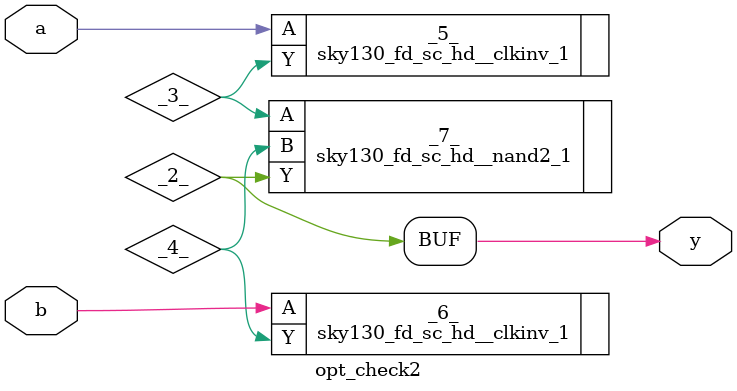
<source format=v>
/* Generated by Yosys 0.7 (git sha1 61f6811, gcc 6.2.0-11ubuntu1 -O2 -fdebug-prefix-map=/build/yosys-OIL3SR/yosys-0.7=. -fstack-protector-strong -fPIC -Os) */

module opt_check2(a, b, y);
  wire _0_;
  wire _1_;
  wire _2_;
  wire _3_;
  wire _4_;
  input a;
  input b;
  output y;
  sky130_fd_sc_hd__clkinv_1 _5_ (
    .A(_0_),
    .Y(_3_)
  );
  sky130_fd_sc_hd__clkinv_1 _6_ (
    .A(_1_),
    .Y(_4_)
  );
  sky130_fd_sc_hd__nand2_1 _7_ (
    .A(_3_),
    .B(_4_),
    .Y(_2_)
  );
  assign _0_ = a;
  assign _1_ = b;
  assign y = _2_;
endmodule

</source>
